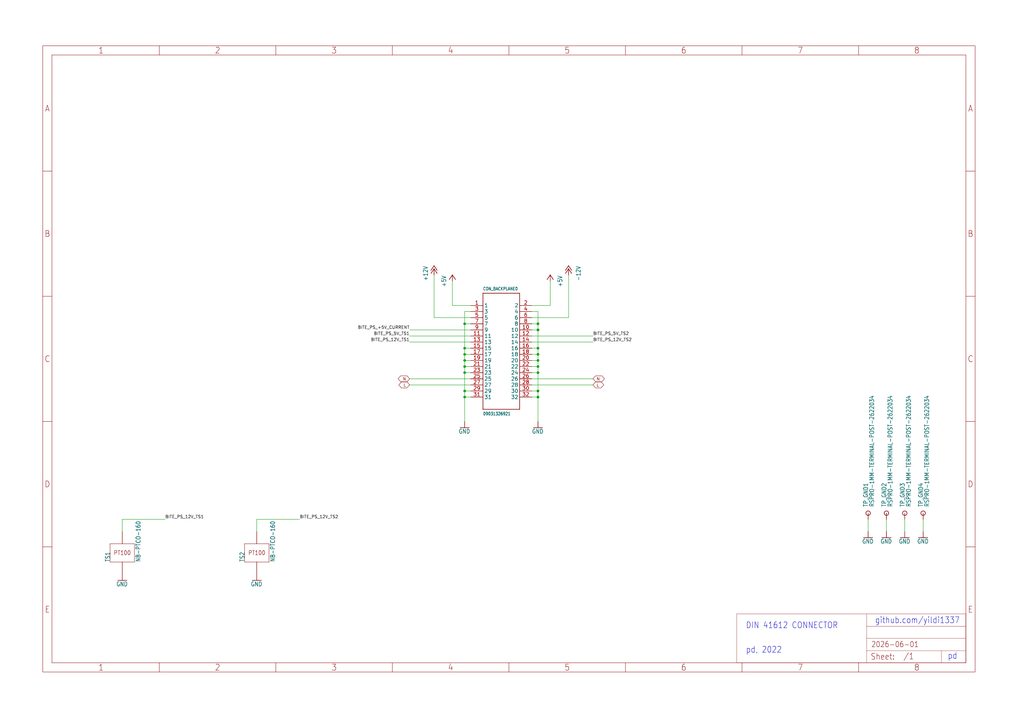
<source format=kicad_sch>
(kicad_sch (version 20250114) (generator "eeschema") (generator_version "9.0")
  (paper "User" 425.45 298.602)
  (lib_symbols
    (symbol "PowerSupply_12V_v1-eagle-import:+12V" (power)
      (symbol "+12V_1_0"
        (polyline (pts (xy 0 1.27) (xy -1.27 -0.635)) (stroke (width 0.254)))
        (polyline (pts (xy 0 0) (xy -1.27 -1.905)) (stroke (width 0.254)))
        (polyline (pts (xy 1.27 -0.635) (xy 0 1.27)) (stroke (width 0.254)))
        (polyline (pts (xy 1.27 -1.905) (xy 0 0)) (stroke (width 0.254)))
        (pin power_in line (at 0 -2.54 90) (length 2.54) (name "+12V") (number "1"))
      )
    )
    (symbol "PowerSupply_12V_v1-eagle-import:+5V" (power)
      (symbol "+5V_1_0"
        (polyline (pts (xy 0 0) (xy -1.27 -1.905)) (stroke (width 0.254)))
        (polyline (pts (xy 1.27 -1.905) (xy 0 0)) (stroke (width 0.254)))
        (pin power_in line (at 0 -2.54 90) (length 2.54) (name "+5V") (number "1"))
      )
    )
    (symbol "PowerSupply_12V_v1-eagle-import:-12V" (power)
      (symbol "-12V_1_0"
        (polyline (pts (xy -1.27 1.905) (xy 0 0)) (stroke (width 0.254)))
        (polyline (pts (xy -1.27 0.635) (xy 0 -1.27)) (stroke (width 0.254)))
        (polyline (pts (xy 0 0) (xy 1.27 1.905)) (stroke (width 0.254)))
        (polyline (pts (xy 0 -1.27) (xy 1.27 0.635)) (stroke (width 0.254)))
        (pin power_in line (at 0 2.54 270) (length 2.54) (name "-12V") (number "1"))
      )
    )
    (symbol "PowerSupply_12V_v1-eagle-import:09031326921"
      (symbol "09031326921_1_0"
        (polyline (pts (xy -7.62 22.86) (xy 7.62 22.86)) (stroke (width 0.254)))
        (polyline (pts (xy -7.62 -25.4) (xy -7.62 22.86)) (stroke (width 0.254)))
        (polyline (pts (xy 7.62 22.86) (xy 7.62 -25.4)) (stroke (width 0.254)))
        (polyline (pts (xy 7.62 -25.4) (xy -7.62 -25.4)) (stroke (width 0.254)))
        (pin bidirectional line (at -12.7 17.78 0) (length 5.08) (name "1") (number "1"))
        (pin bidirectional line (at -12.7 15.24 0) (length 5.08) (name "3") (number "3"))
        (pin bidirectional line (at -12.7 12.7 0) (length 5.08) (name "5") (number "5"))
        (pin bidirectional line (at -12.7 10.16 0) (length 5.08) (name "7") (number "7"))
        (pin bidirectional line (at -12.7 7.62 0) (length 5.08) (name "9") (number "9"))
        (pin bidirectional line (at -12.7 5.08 0) (length 5.08) (name "11") (number "11"))
        (pin bidirectional line (at -12.7 2.54 0) (length 5.08) (name "13") (number "13"))
        (pin bidirectional line (at -12.7 0 0) (length 5.08) (name "15") (number "15"))
        (pin bidirectional line (at -12.7 -2.54 0) (length 5.08) (name "17") (number "17"))
        (pin bidirectional line (at -12.7 -5.08 0) (length 5.08) (name "19") (number "19"))
        (pin bidirectional line (at -12.7 -7.62 0) (length 5.08) (name "21") (number "21"))
        (pin bidirectional line (at -12.7 -10.16 0) (length 5.08) (name "23") (number "23"))
        (pin bidirectional line (at -12.7 -12.7 0) (length 5.08) (name "25") (number "25"))
        (pin bidirectional line (at -12.7 -15.24 0) (length 5.08) (name "27") (number "27"))
        (pin bidirectional line (at -12.7 -17.78 0) (length 5.08) (name "29") (number "29"))
        (pin bidirectional line (at -12.7 -20.32 0) (length 5.08) (name "31") (number "31"))
        (pin bidirectional line (at 12.7 17.78 180) (length 5.08) (name "2") (number "2"))
        (pin bidirectional line (at 12.7 15.24 180) (length 5.08) (name "4") (number "4"))
        (pin bidirectional line (at 12.7 12.7 180) (length 5.08) (name "6") (number "6"))
        (pin bidirectional line (at 12.7 10.16 180) (length 5.08) (name "8") (number "8"))
        (pin bidirectional line (at 12.7 7.62 180) (length 5.08) (name "10") (number "10"))
        (pin bidirectional line (at 12.7 5.08 180) (length 5.08) (name "12") (number "12"))
        (pin bidirectional line (at 12.7 2.54 180) (length 5.08) (name "14") (number "14"))
        (pin bidirectional line (at 12.7 0 180) (length 5.08) (name "16") (number "16"))
        (pin bidirectional line (at 12.7 -2.54 180) (length 5.08) (name "18") (number "18"))
        (pin bidirectional line (at 12.7 -5.08 180) (length 5.08) (name "20") (number "20"))
        (pin bidirectional line (at 12.7 -7.62 180) (length 5.08) (name "22") (number "22"))
        (pin bidirectional line (at 12.7 -10.16 180) (length 5.08) (name "24") (number "24"))
        (pin bidirectional line (at 12.7 -12.7 180) (length 5.08) (name "26") (number "26"))
        (pin bidirectional line (at 12.7 -15.24 180) (length 5.08) (name "28") (number "28"))
        (pin bidirectional line (at 12.7 -17.78 180) (length 5.08) (name "30") (number "30"))
        (pin bidirectional line (at 12.7 -20.32 180) (length 5.08) (name "32") (number "32"))
      )
    )
    (symbol "PowerSupply_12V_v1-eagle-import:A3L-LOC"
      (symbol "A3L-LOC_1_0"
        (polyline (pts (xy 0 260.35) (xy 387.35 260.35) (xy 387.35 0) (xy 0 0) (xy 0 260.35)))
        (polyline (pts (xy 0 208.28) (xy 3.81 208.28)))
        (polyline (pts (xy 0 156.21) (xy 3.81 156.21)))
        (polyline (pts (xy 0 104.14) (xy 3.81 104.14)))
        (polyline (pts (xy 0 52.07) (xy 3.81 52.07)))
        (polyline (pts (xy 3.81 256.54) (xy 3.81 3.81)))
        (polyline (pts (xy 48.4188 260.35) (xy 48.4188 256.54)))
        (polyline (pts (xy 48.4188 3.81) (xy 48.4188 0)))
        (polyline (pts (xy 96.8375 260.35) (xy 96.8375 256.54)))
        (polyline (pts (xy 96.8375 3.81) (xy 96.8375 0)))
        (polyline (pts (xy 145.2563 260.35) (xy 145.2563 256.54)))
        (polyline (pts (xy 145.2563 3.81) (xy 145.2563 0)))
        (polyline (pts (xy 193.675 260.35) (xy 193.675 256.54)))
        (polyline (pts (xy 193.675 3.81) (xy 193.675 0)))
        (polyline (pts (xy 242.0938 260.35) (xy 242.0938 256.54)))
        (polyline (pts (xy 242.0938 3.81) (xy 242.0938 0)))
        (polyline (pts (xy 288.29 24.13) (xy 342.265 24.13)) (stroke (width 0.1016)))
        (polyline (pts (xy 288.29 3.81) (xy 288.29 24.13)) (stroke (width 0.1016)))
        (polyline (pts (xy 288.29 3.81) (xy 342.265 3.81)) (stroke (width 0.1016)))
        (polyline (pts (xy 290.5125 260.35) (xy 290.5125 256.54)))
        (polyline (pts (xy 290.5125 3.81) (xy 290.5125 0)))
        (polyline (pts (xy 338.9313 260.35) (xy 338.9313 256.54)))
        (polyline (pts (xy 338.9313 3.81) (xy 338.9313 0)))
        (polyline (pts (xy 342.265 24.13) (xy 383.54 24.13)) (stroke (width 0.1016)))
        (polyline (pts (xy 342.265 19.05) (xy 342.265 24.13)) (stroke (width 0.1016)))
        (polyline (pts (xy 342.265 19.05) (xy 383.54 19.05)) (stroke (width 0.1016)))
        (polyline (pts (xy 342.265 13.97) (xy 342.265 19.05)) (stroke (width 0.1016)))
        (polyline (pts (xy 342.265 13.97) (xy 383.54 13.97)) (stroke (width 0.1016)))
        (polyline (pts (xy 342.265 8.89) (xy 342.265 13.97)) (stroke (width 0.1016)))
        (polyline (pts (xy 342.265 8.89) (xy 342.265 3.81)) (stroke (width 0.1016)))
        (polyline (pts (xy 342.265 3.81) (xy 373.38 3.81)) (stroke (width 0.1016)))
        (polyline (pts (xy 373.38 8.89) (xy 342.265 8.89)) (stroke (width 0.1016)))
        (polyline (pts (xy 373.38 8.89) (xy 383.54 8.89)) (stroke (width 0.1016)))
        (polyline (pts (xy 373.38 3.81) (xy 373.38 8.89)) (stroke (width 0.1016)))
        (polyline (pts (xy 373.38 3.81) (xy 383.54 3.81)) (stroke (width 0.1016)))
        (polyline (pts (xy 383.54 256.54) (xy 3.81 256.54)))
        (polyline (pts (xy 383.54 256.54) (xy 383.54 3.81)))
        (polyline (pts (xy 383.54 208.28) (xy 387.35 208.28)))
        (polyline (pts (xy 383.54 156.21) (xy 387.35 156.21)))
        (polyline (pts (xy 383.54 104.14) (xy 387.35 104.14)))
        (polyline (pts (xy 383.54 52.07) (xy 387.35 52.07)))
        (polyline (pts (xy 383.54 19.05) (xy 383.54 24.13)) (stroke (width 0.1016)))
        (polyline (pts (xy 383.54 13.97) (xy 383.54 19.05)) (stroke (width 0.1016)))
        (polyline (pts (xy 383.54 8.89) (xy 383.54 13.97)) (stroke (width 0.1016)))
        (polyline (pts (xy 383.54 3.81) (xy 3.81 3.81)))
        (polyline (pts (xy 383.54 3.81) (xy 383.54 8.89)) (stroke (width 0.1016)))
        (text "A" (at 1.905 234.315 0) (effects (font (size 2.54 2.286))))
        (text "B" (at 1.905 182.245 0) (effects (font (size 2.54 2.286))))
        (text "C" (at 1.905 130.175 0) (effects (font (size 2.54 2.286))))
        (text "D" (at 1.905 78.105 0) (effects (font (size 2.54 2.286))))
        (text "E" (at 1.905 26.035 0) (effects (font (size 2.54 2.286))))
        (text "1" (at 24.2094 258.445 0) (effects (font (size 2.54 2.286))))
        (text "1" (at 24.2094 1.905 0) (effects (font (size 2.54 2.286))))
        (text "2" (at 72.6281 258.445 0) (effects (font (size 2.54 2.286))))
        (text "2" (at 72.6281 1.905 0) (effects (font (size 2.54 2.286))))
        (text "3" (at 121.0469 258.445 0) (effects (font (size 2.54 2.286))))
        (text "3" (at 121.0469 1.905 0) (effects (font (size 2.54 2.286))))
        (text "4" (at 169.4656 258.445 0) (effects (font (size 2.54 2.286))))
        (text "4" (at 169.4656 1.905 0) (effects (font (size 2.54 2.286))))
        (text "5" (at 217.8844 258.445 0) (effects (font (size 2.54 2.286))))
        (text "5" (at 217.8844 1.905 0) (effects (font (size 2.54 2.286))))
        (text "6" (at 266.3031 258.445 0) (effects (font (size 2.54 2.286))))
        (text "6" (at 266.3031 1.905 0) (effects (font (size 2.54 2.286))))
        (text "7" (at 314.7219 258.445 0) (effects (font (size 2.54 2.286))))
        (text "7" (at 314.7219 1.905 0) (effects (font (size 2.54 2.286))))
        (text "Sheet:" (at 343.916 4.953 0) (effects (font (size 2.54 2.159)) (justify left bottom)))
        (text "${PROJECTNAME}" (at 344.17 15.24 0) (effects (font (size 2.54 2.159)) (justify left bottom)))
        (text "${CURRENT_DATE}" (at 344.17 10.16 0) (effects (font (size 2.286 1.9431)) (justify left bottom)))
        (text "${#}/${##}" (at 357.505 5.08 0) (effects (font (size 2.54 2.159)) (justify left bottom)))
        (text "8" (at 363.1406 258.445 0) (effects (font (size 2.54 2.286))))
        (text "8" (at 363.1406 1.905 0) (effects (font (size 2.54 2.286))))
        (text "A" (at 385.445 234.315 0) (effects (font (size 2.54 2.286))))
        (text "B" (at 385.445 182.245 0) (effects (font (size 2.54 2.286))))
        (text "C" (at 385.445 130.175 0) (effects (font (size 2.54 2.286))))
        (text "D" (at 385.445 78.105 0) (effects (font (size 2.54 2.286))))
        (text "E" (at 385.445 26.035 0) (effects (font (size 2.54 2.286))))
      )
    )
    (symbol "PowerSupply_12V_v1-eagle-import:GND" (power)
      (symbol "GND_1_0"
        (polyline (pts (xy -1.905 0) (xy 1.905 0)) (stroke (width 0.254)))
        (pin power_in line (at 0 2.54 270) (length 2.54) (name "GND") (number "1"))
      )
    )
    (symbol "PowerSupply_12V_v1-eagle-import:NB-PTCO-160"
      (symbol "NB-PTCO-160_1_0"
        (polyline (pts (xy -5.08 5.08) (xy -5.08 -2.54)) (stroke (width 0.1524)))
        (polyline (pts (xy -5.08 -2.54) (xy 5.08 -2.54)) (stroke (width 0.1524)))
        (polyline (pts (xy 5.08 5.08) (xy -5.08 5.08)) (stroke (width 0.1524)))
        (polyline (pts (xy 5.08 -2.54) (xy 5.08 5.08)) (stroke (width 0.1524)))
        (text "PT100" (at -3.556 0.254 0) (effects (font (size 1.778 1.5113)) (justify left bottom)))
        (pin passive line (at 0 10.16 270) (length 5.08) (name "P$1") (number "1"))
        (pin passive line (at 0 -7.62 90) (length 5.08) (name "P$2") (number "2"))
      )
    )
    (symbol "PowerSupply_12V_v1-eagle-import:RSPRO-1MM-TERMINAL-POST-2622034"
      (symbol "RSPRO-1MM-TERMINAL-POST-2622034_1_0"
        (circle (center 0 0) (radius 0.9158) (stroke (width 0.254)))
        (pin bidirectional line (at 0 -2.54 90) (length 2.54) (name "P$1") (number "P$1"))
      )
    )
  )
  (text "pd" (at 393.7 274.32 0) (effects (font (size 2.54 2.159)) (justify left bottom)))
  (text "pd, 2022" (at 309.88 271.78 0) (effects (font (size 2.54 2.159)) (justify left bottom)))
  (text "github.com/yildi1337" (at 398.78 256.54 0) (effects (font (size 2.54 2.159)) (justify right top)))
  (text "DIN 41612 CONNECTOR" (at 309.88 261.62 0) (effects (font (size 2.54 2.159)) (justify left bottom)))
  (junction (at 193.04 165.1))
  (junction (at 193.04 162.56))
  (junction (at 223.52 165.1))
  (junction (at 193.04 134.62))
  (junction (at 223.52 152.4))
  (junction (at 223.52 149.86))
  (junction (at 223.52 162.56))
  (junction (at 223.52 137.16))
  (junction (at 223.52 144.78))
  (junction (at 193.04 147.32))
  (junction (at 193.04 154.94))
  (junction (at 193.04 152.4))
  (junction (at 223.52 154.94))
  (junction (at 223.52 134.62))
  (junction (at 193.04 149.86))
  (junction (at 193.04 144.78))
  (junction (at 223.52 147.32))
  (wire (pts (xy 195.58 144.78) (xy 193.04 144.78)) (stroke (width 0.1524)))
  (wire (pts (xy 195.58 132.08) (xy 180.34 132.08)) (stroke (width 0.1524)))
  (wire (pts (xy 195.58 165.1) (xy 193.04 165.1)) (stroke (width 0.1524)))
  (wire (pts (xy 193.04 152.4) (xy 193.04 154.94)) (stroke (width 0.1524)))
  (wire (pts (xy 220.98 137.16) (xy 223.52 137.16)) (stroke (width 0.1524)))
  (wire (pts (xy 50.8 220.98) (xy 50.8 215.9)) (stroke (width 0.1524)))
  (wire (pts (xy 187.96 116.84) (xy 187.96 127)) (stroke (width 0.1524)))
  (wire (pts (xy 375.92 215.9) (xy 375.92 220.98)) (stroke (width 0.1524)))
  (wire (pts (xy 180.34 132.08) (xy 180.34 114.3)) (stroke (width 0.1524)))
  (wire (pts (xy 223.52 137.16) (xy 223.52 144.78)) (stroke (width 0.1524)))
  (wire (pts (xy 195.58 160.02) (xy 170.18 160.02)) (stroke (width 0.1524)))
  (wire (pts (xy 223.52 134.62) (xy 223.52 137.16)) (stroke (width 0.1524)))
  (wire (pts (xy 220.98 147.32) (xy 223.52 147.32)) (stroke (width 0.1524)))
  (wire (pts (xy 195.58 152.4) (xy 193.04 152.4)) (stroke (width 0.1524)))
  (wire (pts (xy 223.52 154.94) (xy 223.52 162.56)) (stroke (width 0.1524)))
  (wire (pts (xy 195.58 157.48) (xy 170.18 157.48)) (stroke (width 0.1524)))
  (wire (pts (xy 193.04 144.78) (xy 193.04 147.32)) (stroke (width 0.1524)))
  (wire (pts (xy 193.04 162.56) (xy 193.04 165.1)) (stroke (width 0.1524)))
  (wire (pts (xy 220.98 132.08) (xy 236.22 132.08)) (stroke (width 0.1524)))
  (wire (pts (xy 236.22 132.08) (xy 236.22 114.3)) (stroke (width 0.1524)))
  (wire (pts (xy 193.04 129.54) (xy 193.04 134.62)) (stroke (width 0.1524)))
  (wire (pts (xy 193.04 149.86) (xy 193.04 152.4)) (stroke (width 0.1524)))
  (wire (pts (xy 195.58 142.24) (xy 170.18 142.24)) (stroke (width 0.1524)))
  (wire (pts (xy 223.52 129.54) (xy 223.52 134.62)) (stroke (width 0.1524)))
  (wire (pts (xy 193.04 147.32) (xy 193.04 149.86)) (stroke (width 0.1524)))
  (wire (pts (xy 368.3 215.9) (xy 368.3 220.98)) (stroke (width 0.1524)))
  (wire (pts (xy 223.52 162.56) (xy 223.52 165.1)) (stroke (width 0.1524)))
  (wire (pts (xy 223.52 144.78) (xy 223.52 147.32)) (stroke (width 0.1524)))
  (wire (pts (xy 223.52 152.4) (xy 223.52 154.94)) (stroke (width 0.1524)))
  (wire (pts (xy 195.58 134.62) (xy 193.04 134.62)) (stroke (width 0.1524)))
  (wire (pts (xy 223.52 165.1) (xy 223.52 175.26)) (stroke (width 0.1524)))
  (wire (pts (xy 220.98 134.62) (xy 223.52 134.62)) (stroke (width 0.1524)))
  (wire (pts (xy 220.98 142.24) (xy 246.38 142.24)) (stroke (width 0.1524)))
  (wire (pts (xy 195.58 147.32) (xy 193.04 147.32)) (stroke (width 0.1524)))
  (wire (pts (xy 193.04 165.1) (xy 193.04 175.26)) (stroke (width 0.1524)))
  (wire (pts (xy 193.04 154.94) (xy 193.04 162.56)) (stroke (width 0.1524)))
  (wire (pts (xy 223.52 149.86) (xy 223.52 152.4)) (stroke (width 0.1524)))
  (wire (pts (xy 195.58 129.54) (xy 193.04 129.54)) (stroke (width 0.1524)))
  (wire (pts (xy 220.98 160.02) (xy 246.38 160.02)) (stroke (width 0.1524)))
  (wire (pts (xy 360.68 215.9) (xy 360.68 220.98)) (stroke (width 0.1524)))
  (wire (pts (xy 50.8 215.9) (xy 68.58 215.9)) (stroke (width 0.1524)))
  (wire (pts (xy 195.58 154.94) (xy 193.04 154.94)) (stroke (width 0.1524)))
  (wire (pts (xy 220.98 149.86) (xy 223.52 149.86)) (stroke (width 0.1524)))
  (wire (pts (xy 220.98 144.78) (xy 223.52 144.78)) (stroke (width 0.1524)))
  (wire (pts (xy 220.98 157.48) (xy 246.38 157.48)) (stroke (width 0.1524)))
  (wire (pts (xy 220.98 154.94) (xy 223.52 154.94)) (stroke (width 0.1524)))
  (wire (pts (xy 220.98 165.1) (xy 223.52 165.1)) (stroke (width 0.1524)))
  (wire (pts (xy 187.96 127) (xy 195.58 127)) (stroke (width 0.1524)))
  (wire (pts (xy 193.04 134.62) (xy 193.04 144.78)) (stroke (width 0.1524)))
  (wire (pts (xy 228.6 127) (xy 228.6 116.84)) (stroke (width 0.1524)))
  (wire (pts (xy 220.98 129.54) (xy 223.52 129.54)) (stroke (width 0.1524)))
  (wire (pts (xy 195.58 137.16) (xy 170.18 137.16)) (stroke (width 0.1524)))
  (wire (pts (xy 195.58 139.7) (xy 170.18 139.7)) (stroke (width 0.1524)))
  (wire (pts (xy 106.68 215.9) (xy 124.46 215.9)) (stroke (width 0.1524)))
  (wire (pts (xy 383.54 215.9) (xy 383.54 220.98)) (stroke (width 0.1524)))
  (wire (pts (xy 220.98 162.56) (xy 223.52 162.56)) (stroke (width 0.1524)))
  (wire (pts (xy 195.58 149.86) (xy 193.04 149.86)) (stroke (width 0.1524)))
  (wire (pts (xy 220.98 152.4) (xy 223.52 152.4)) (stroke (width 0.1524)))
  (wire (pts (xy 195.58 162.56) (xy 193.04 162.56)) (stroke (width 0.1524)))
  (wire (pts (xy 106.68 220.98) (xy 106.68 215.9)) (stroke (width 0.1524)))
  (wire (pts (xy 223.52 147.32) (xy 223.52 149.86)) (stroke (width 0.1524)))
  (wire (pts (xy 220.98 139.7) (xy 246.38 139.7)) (stroke (width 0.1524)))
  (wire (pts (xy 220.98 127) (xy 228.6 127)) (stroke (width 0.1524)))
  (label "BITE_PS_12V_TS2" (at 246.38 142.24 0) (effects (font (size 1.2446 1.2446))))
  (label "BITE_PS_12V_TS1" (at 170.18 142.24 180) (effects (font (size 1.2446 1.2446))))
  (label "BITE_PS_12V_TS2" (at 124.46 215.9 0) (effects (font (size 1.2446 1.2446))))
  (label "BITE_PS_12V_TS1" (at 68.58 215.9 0) (effects (font (size 1.2446 1.2446))))
  (label "BITE_PS_5V_TS2" (at 246.38 139.7 0) (effects (font (size 1.2446 1.2446))))
  (label "BITE_PS_+5V_CURRENT" (at 170.18 137.16 180) (effects (font (size 1.2446 1.2446))))
  (label "BITE_PS_5V_TS1" (at 170.18 139.7 180) (effects (font (size 1.2446 1.2446))))
  (global_label "L" (shape bidirectional) (at 170.18 160.02 180) (effects (font (size 1.2446 1.2446))) (property "Intersheetrefs" "${INTERSHEET_REFS}" (effects (hide yes))))
  (global_label "N" (shape bidirectional) (at 170.18 157.48 180) (effects (font (size 1.2446 1.2446))) (property "Intersheetrefs" "${INTERSHEET_REFS}" (effects (hide yes))))
  (global_label "N" (shape bidirectional) (at 246.38 157.48 0) (effects (font (size 1.2446 1.2446))) (property "Intersheetrefs" "${INTERSHEET_REFS}" (effects (hide yes))))
  (global_label "L" (shape bidirectional) (at 246.38 160.02 0) (effects (font (size 1.2446 1.2446))) (property "Intersheetrefs" "${INTERSHEET_REFS}" (effects (hide yes))))
  (symbol (lib_id "PowerSupply_12V_v1-eagle-import:09031326921") (at 208.28 144.78 0) (unit 1)
    (property "Reference" "CON_BACKPLANE0" (at 200.66 119.38 0) (effects (font (size 1.27 1.0795)) (justify left top)))
    (property "Value" "09031326921" (at 200.66 172.72 0) (effects (font (size 1.27 1.0795)) (justify left bottom)))
    (property "Footprint" "PowerSupply_12V_v1:09031326921" (effects (hide yes)))
  )
  (symbol (lib_id "PowerSupply_12V_v1-eagle-import:A3L-LOC") (at 17.78 279.4 0) (unit 1)
    (property "Reference" "#FRAME2" (effects (hide yes)))
    (property "Value" "A3L-LOC" (effects (hide yes)))
  )
  (symbol (lib_id "PowerSupply_12V_v1-eagle-import:+12V") (at 180.34 111.76 0) (unit 1)
    (property "Reference" "#P+1" (effects (hide yes)))
    (property "Value" "+12V" (at 177.8 116.84 90) (effects (font (size 1.778 1.5113)) (justify left bottom)))
  )
  (symbol (lib_id "PowerSupply_12V_v1-eagle-import:-12V") (at 236.22 111.76 180) (unit 1)
    (property "Reference" "#P-1" (effects (hide yes)))
    (property "Value" "-12V" (at 241.3 116.84 90) (effects (font (size 1.778 1.5113)) (justify right top)))
  )
  (symbol (lib_id "PowerSupply_12V_v1-eagle-import:RSPRO-1MM-TERMINAL-POST-2622034") (at 383.54 213.36 0) (unit 1)
    (property "Reference" "TP_GND4" (at 383.54 210.82 90) (effects (font (size 1.778 1.5113)) (justify left bottom)))
    (property "Value" "RSPRO-1MM-TERMINAL-POST-2622034" (at 386.08 210.82 90) (effects (font (size 1.778 1.5113)) (justify left bottom)))
    (property "Footprint" "PowerSupply_12V_v1:RSPRO-1MM-TERMINAL-POST-2622034" (effects (hide yes)))
  )
  (symbol (lib_id "PowerSupply_12V_v1-eagle-import:GND") (at 383.54 223.52 0) (unit 1)
    (property "Reference" "#GND30" (effects (hide yes)))
    (property "Value" "GND" (at 381 226.06 0) (effects (font (size 1.778 1.5113)) (justify left bottom)))
  )
  (symbol (lib_id "PowerSupply_12V_v1-eagle-import:RSPRO-1MM-TERMINAL-POST-2622034") (at 360.68 213.36 0) (unit 1)
    (property "Reference" "TP_GND1" (at 360.68 210.82 90) (effects (font (size 1.778 1.5113)) (justify left bottom)))
    (property "Value" "RSPRO-1MM-TERMINAL-POST-2622034" (at 363.22 210.82 90) (effects (font (size 1.778 1.5113)) (justify left bottom)))
    (property "Footprint" "PowerSupply_12V_v1:RSPRO-1MM-TERMINAL-POST-2622034" (effects (hide yes)))
  )
  (symbol (lib_id "PowerSupply_12V_v1-eagle-import:NB-PTCO-160") (at 50.8 231.14 0) (unit 1)
    (property "Reference" "TS1" (at 45.72 233.68 90) (effects (font (size 1.778 1.5113)) (justify left bottom)))
    (property "Value" "NB-PTCO-160" (at 58.42 233.68 90) (effects (font (size 1.778 1.5113)) (justify left bottom)))
    (property "Footprint" "PowerSupply_12V_v1:NB-PTCO-160" (effects (hide yes)))
  )
  (symbol (lib_id "PowerSupply_12V_v1-eagle-import:NB-PTCO-160") (at 106.68 231.14 0) (unit 1)
    (property "Reference" "TS2" (at 101.6 233.68 90) (effects (font (size 1.778 1.5113)) (justify left bottom)))
    (property "Value" "NB-PTCO-160" (at 114.3 233.68 90) (effects (font (size 1.778 1.5113)) (justify left bottom)))
    (property "Footprint" "PowerSupply_12V_v1:NB-PTCO-160" (effects (hide yes)))
  )
  (symbol (lib_id "PowerSupply_12V_v1-eagle-import:GND") (at 375.92 223.52 0) (unit 1)
    (property "Reference" "#GND29" (effects (hide yes)))
    (property "Value" "GND" (at 373.38 226.06 0) (effects (font (size 1.778 1.5113)) (justify left bottom)))
  )
  (symbol (lib_id "PowerSupply_12V_v1-eagle-import:+5V") (at 187.96 114.3 0) (unit 1)
    (property "Reference" "#P+2" (effects (hide yes)))
    (property "Value" "+5V" (at 185.42 119.38 90) (effects (font (size 1.778 1.5113)) (justify left bottom)))
  )
  (symbol (lib_id "PowerSupply_12V_v1-eagle-import:+5V") (at 228.6 114.3 0) (unit 1)
    (property "Reference" "#P+3" (effects (hide yes)))
    (property "Value" "+5V" (at 233.68 119.38 90) (effects (font (size 1.778 1.5113)) (justify left bottom)))
  )
  (symbol (lib_id "PowerSupply_12V_v1-eagle-import:GND") (at 368.3 223.52 0) (unit 1)
    (property "Reference" "#GND28" (effects (hide yes)))
    (property "Value" "GND" (at 365.76 226.06 0) (effects (font (size 1.778 1.5113)) (justify left bottom)))
  )
  (symbol (lib_id "PowerSupply_12V_v1-eagle-import:RSPRO-1MM-TERMINAL-POST-2622034") (at 368.3 213.36 0) (unit 1)
    (property "Reference" "TP_GND2" (at 368.3 210.82 90) (effects (font (size 1.778 1.5113)) (justify left bottom)))
    (property "Value" "RSPRO-1MM-TERMINAL-POST-2622034" (at 370.84 210.82 90) (effects (font (size 1.778 1.5113)) (justify left bottom)))
    (property "Footprint" "PowerSupply_12V_v1:RSPRO-1MM-TERMINAL-POST-2622034" (effects (hide yes)))
  )
  (symbol (lib_id "PowerSupply_12V_v1-eagle-import:GND") (at 360.68 223.52 0) (unit 1)
    (property "Reference" "#GND27" (effects (hide yes)))
    (property "Value" "GND" (at 358.14 226.06 0) (effects (font (size 1.778 1.5113)) (justify left bottom)))
  )
  (symbol (lib_id "PowerSupply_12V_v1-eagle-import:GND") (at 50.8 241.3 0) (unit 1)
    (property "Reference" "#GND4" (effects (hide yes)))
    (property "Value" "GND" (at 48.26 243.84 0) (effects (font (size 1.778 1.5113)) (justify left bottom)))
  )
  (symbol (lib_id "PowerSupply_12V_v1-eagle-import:GND") (at 106.68 241.3 0) (unit 1)
    (property "Reference" "#GND5" (effects (hide yes)))
    (property "Value" "GND" (at 104.14 243.84 0) (effects (font (size 1.778 1.5113)) (justify left bottom)))
  )
  (symbol (lib_id "PowerSupply_12V_v1-eagle-import:GND") (at 223.52 177.8 0) (unit 1)
    (property "Reference" "#GND3" (effects (hide yes)))
    (property "Value" "GND" (at 220.98 180.34 0) (effects (font (size 1.778 1.5113)) (justify left bottom)))
  )
  (symbol (lib_id "PowerSupply_12V_v1-eagle-import:GND") (at 193.04 177.8 0) (unit 1)
    (property "Reference" "#GND1" (effects (hide yes)))
    (property "Value" "GND" (at 190.5 180.34 0) (effects (font (size 1.778 1.5113)) (justify left bottom)))
  )
  (symbol (lib_id "PowerSupply_12V_v1-eagle-import:RSPRO-1MM-TERMINAL-POST-2622034") (at 375.92 213.36 0) (unit 1)
    (property "Reference" "TP_GND3" (at 375.92 210.82 90) (effects (font (size 1.778 1.5113)) (justify left bottom)))
    (property "Value" "RSPRO-1MM-TERMINAL-POST-2622034" (at 378.46 210.82 90) (effects (font (size 1.778 1.5113)) (justify left bottom)))
    (property "Footprint" "PowerSupply_12V_v1:RSPRO-1MM-TERMINAL-POST-2622034" (effects (hide yes)))
  )
)
</source>
